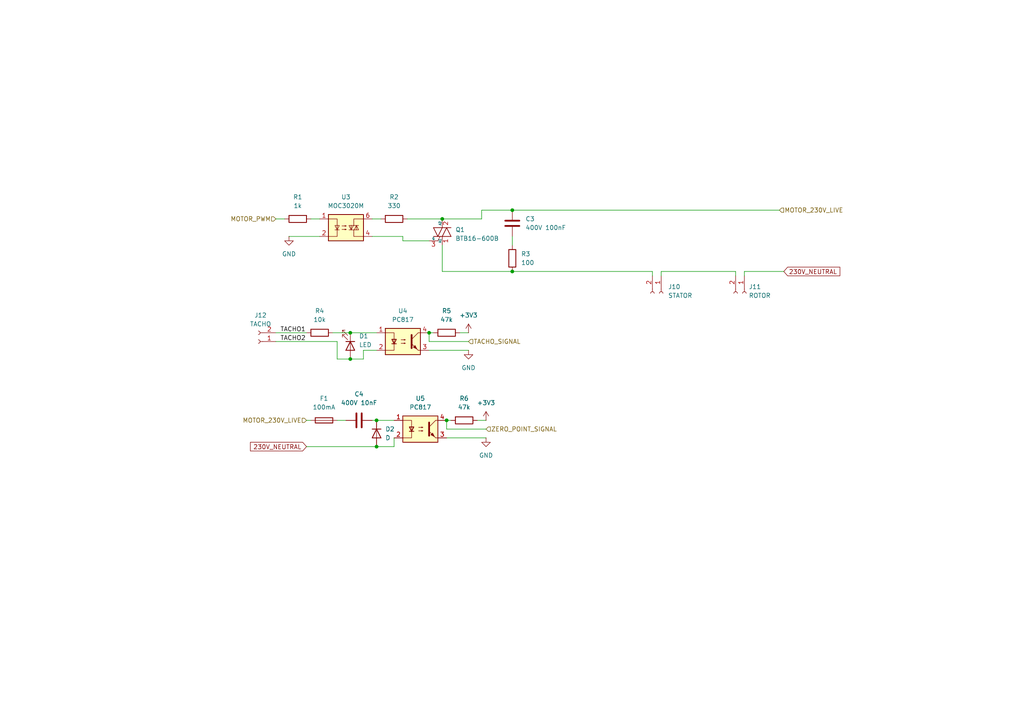
<source format=kicad_sch>
(kicad_sch (version 20231120) (generator "eeschema") (generator_version "8.0")
  (paper "A4")
  (lib_symbols
    (symbol "Connector:Conn_01x02_Socket" (pin_names (offset 1.016) hide)
      (property "Reference" "J" (at 0 2.54 0))
      (property "Value" "Conn_01x02_Socket" (at 0 -5.08 0))
      (symbol "Conn_01x02_Socket_1_1"
        (arc (start 0 -2.032) (mid -0.5058 -2.54) (end 0 -3.048) (stroke (width 0.1524)))
        (polyline (pts (xy -1.27 -2.54) (xy -0.508 -2.54)) (stroke (width 0.1524)))
        (polyline (pts (xy -1.27 0) (xy -0.508 0)) (stroke (width 0.1524)))
        (arc (start 0 0.508) (mid -0.5058 0) (end 0 -0.508) (stroke (width 0.1524)))
        (pin passive line (at -5.08 0 0) (length 3.81) (name "Pin_1") (number "1"))
        (pin passive line (at -5.08 -2.54 0) (length 3.81) (name "Pin_2") (number "2"))
      )
    )
    (symbol "Device:C" (pin_numbers hide) (pin_names (offset 0.254))
      (property "Reference" "C" (at 0.635 2.54 0))
      (property "Value" "C" (at 0.635 -2.54 0))
      (symbol "C_0_1"
        (polyline (pts (xy -2.032 -0.762) (xy 2.032 -0.762)) (stroke (width 0.508)))
        (polyline (pts (xy -2.032 0.762) (xy 2.032 0.762)) (stroke (width 0.508)))
      )
      (symbol "C_1_1"
        (pin passive line (at 0 3.81 270) (length 2.794) (name "~") (number "1"))
        (pin passive line (at 0 -3.81 90) (length 2.794) (name "~") (number "2"))
      )
    )
    (symbol "Device:D" (pin_numbers hide) (pin_names (offset 1.016) hide)
      (property "Reference" "D" (at 0 2.54 0))
      (property "Value" "D" (at 0 -2.54 0))
      (symbol "D_0_1"
        (polyline (pts (xy -1.27 1.27) (xy -1.27 -1.27)) (stroke (width 0.254)))
        (polyline (pts (xy 1.27 0) (xy -1.27 0)))
        (polyline (pts (xy 1.27 1.27) (xy 1.27 -1.27) (xy -1.27 0) (xy 1.27 1.27)) (stroke (width 0.254)))
      )
      (symbol "D_1_1"
        (pin passive line (at -3.81 0 0) (length 2.54) (name "K") (number "1"))
        (pin passive line (at 3.81 0 180) (length 2.54) (name "A") (number "2"))
      )
    )
    (symbol "Device:Fuse" (pin_numbers hide) (pin_names (offset 0))
      (property "Reference" "F" (at 2.032 0 90))
      (property "Value" "Fuse" (at -1.905 0 90))
      (symbol "Fuse_0_1"
        (rectangle (start -0.762 -2.54) (end 0.762 2.54) (stroke (width 0.254)))
        (polyline (pts (xy 0 2.54) (xy 0 -2.54)))
      )
      (symbol "Fuse_1_1"
        (pin passive line (at 0 3.81 270) (length 1.27) (name "~") (number "1"))
        (pin passive line (at 0 -3.81 90) (length 1.27) (name "~") (number "2"))
      )
    )
    (symbol "Device:LED" (pin_numbers hide) (pin_names (offset 1.016) hide)
      (property "Reference" "D" (at 0 2.54 0))
      (property "Value" "LED" (at 0 -2.54 0))
      (symbol "LED_0_1"
        (polyline (pts (xy -1.27 -1.27) (xy -1.27 1.27)) (stroke (width 0.254)))
        (polyline (pts (xy -1.27 0) (xy 1.27 0)))
        (polyline (pts (xy 1.27 -1.27) (xy 1.27 1.27) (xy -1.27 0) (xy 1.27 -1.27)) (stroke (width 0.254)))
        (polyline (pts (xy -3.048 -0.762) (xy -4.572 -2.286) (xy -3.81 -2.286) (xy -4.572 -2.286) (xy -4.572 -1.524)))
        (polyline (pts (xy -1.778 -0.762) (xy -3.302 -2.286) (xy -2.54 -2.286) (xy -3.302 -2.286) (xy -3.302 -1.524)))
      )
      (symbol "LED_1_1"
        (pin passive line (at -3.81 0 0) (length 2.54) (name "K") (number "1"))
        (pin passive line (at 3.81 0 180) (length 2.54) (name "A") (number "2"))
      )
    )
    (symbol "Device:R" (pin_numbers hide) (pin_names (offset 0))
      (property "Reference" "R" (at 2.032 0 90))
      (property "Value" "R" (at 0 0 90))
      (symbol "R_0_1"
        (rectangle (start -1.016 -2.54) (end 1.016 2.54) (stroke (width 0.254)))
      )
      (symbol "R_1_1"
        (pin passive line (at 0 3.81 270) (length 1.27) (name "~") (number "1"))
        (pin passive line (at 0 -3.81 90) (length 1.27) (name "~") (number "2"))
      )
    )
    (symbol "Isolator:PC817" (pin_names (offset 1.016))
      (property "Reference" "U" (at -5.08 5.08 0))
      (property "Value" "PC817" (at 0 5.08 0))
      (symbol "PC817_0_1"
        (rectangle (start -5.08 3.81) (end 5.08 -3.81) (stroke (width 0.254)) (fill (type background)))
        (polyline (pts (xy -3.175 -0.635) (xy -1.905 -0.635)) (stroke (width 0.254)))
        (polyline (pts (xy 2.54 0.635) (xy 4.445 2.54)))
        (polyline (pts (xy 4.445 -2.54) (xy 2.54 -0.635)) (fill (type outline)))
        (polyline (pts (xy 4.445 -2.54) (xy 5.08 -2.54)))
        (polyline (pts (xy 4.445 2.54) (xy 5.08 2.54)))
        (polyline (pts (xy -5.08 2.54) (xy -2.54 2.54) (xy -2.54 -0.635)))
        (polyline (pts (xy -2.54 -0.635) (xy -2.54 -2.54) (xy -5.08 -2.54)))
        (polyline (pts (xy 2.54 1.905) (xy 2.54 -1.905) (xy 2.54 -1.905)) (stroke (width 0.508)))
        (polyline (pts (xy -2.54 -0.635) (xy -3.175 0.635) (xy -1.905 0.635) (xy -2.54 -0.635)) (stroke (width 0.254)))
        (polyline (pts (xy -0.508 -0.508) (xy 0.762 -0.508) (xy 0.381 -0.635) (xy 0.381 -0.381) (xy 0.762 -0.508)))
        (polyline (pts (xy -0.508 0.508) (xy 0.762 0.508) (xy 0.381 0.381) (xy 0.381 0.635) (xy 0.762 0.508)))
        (polyline (pts (xy 3.048 -1.651) (xy 3.556 -1.143) (xy 4.064 -2.159) (xy 3.048 -1.651) (xy 3.048 -1.651)) (fill (type outline)))
      )
      (symbol "PC817_1_1"
        (pin passive line (at -7.62 2.54 0) (length 2.54) (name "~") (number "1"))
        (pin passive line (at -7.62 -2.54 0) (length 2.54) (name "~") (number "2"))
        (pin passive line (at 7.62 -2.54 180) (length 2.54) (name "~") (number "3"))
        (pin passive line (at 7.62 2.54 180) (length 2.54) (name "~") (number "4"))
      )
    )
    (symbol "Relay_SolidState:MOC3020M"
      (property "Reference" "U" (at -5.334 4.826 0))
      (property "Value" "MOC3020M" (at 0 5.08 0))
      (symbol "MOC3020M_0_1"
        (rectangle (start -5.08 3.81) (end 5.08 -3.81) (stroke (width 0.254)) (fill (type background)))
        (polyline (pts (xy -3.175 -0.635) (xy -1.905 -0.635)))
        (polyline (pts (xy 1.524 -0.635) (xy 1.524 0.635)))
        (polyline (pts (xy 3.048 0.635) (xy 3.048 -0.635)))
        (polyline (pts (xy 2.286 -0.635) (xy 2.286 -2.54) (xy 5.08 -2.54)))
        (polyline (pts (xy 2.286 0.635) (xy 2.286 2.54) (xy 5.08 2.54)))
        (polyline (pts (xy -5.08 2.54) (xy -2.54 2.54) (xy -2.54 -2.54) (xy -5.08 -2.54)))
        (polyline (pts (xy -2.54 -0.635) (xy -3.175 0.635) (xy -1.905 0.635) (xy -2.54 -0.635)))
        (polyline (pts (xy 0.889 -0.635) (xy 3.683 -0.635) (xy 3.048 0.635) (xy 2.413 -0.635)))
        (polyline (pts (xy 3.683 0.635) (xy 0.889 0.635) (xy 1.524 -0.635) (xy 2.159 0.635)))
        (polyline (pts (xy -1.143 -0.508) (xy 0.127 -0.508) (xy -0.254 -0.635) (xy -0.254 -0.381) (xy 0.127 -0.508)))
        (polyline (pts (xy -1.143 0.508) (xy 0.127 0.508) (xy -0.254 0.381) (xy -0.254 0.635) (xy 0.127 0.508)))
      )
      (symbol "MOC3020M_1_1"
        (pin passive line (at -7.62 2.54 0) (length 2.54) (name "~") (number "1"))
        (pin passive line (at -7.62 -2.54 0) (length 2.54) (name "~") (number "2"))
        (pin no_connect line (at -5.08 0 0) (length 2.54) hide (name "NC") (number "3"))
        (pin passive line (at 7.62 -2.54 180) (length 2.54) (name "~") (number "4"))
        (pin no_connect line (at 5.08 0 180) (length 2.54) hide (name "NC") (number "5"))
        (pin passive line (at 7.62 2.54 180) (length 2.54) (name "~") (number "6"))
      )
    )
    (symbol "Triac_Thyristor:BTB16-600B" (pin_names (offset 0))
      (property "Reference" "Q" (at 5.08 1.905 0))
      (property "Value" "BTB16-600B" (at 5.08 0 0))
      (symbol "BTB16-600B_0_1"
        (polyline (pts (xy -2.54 -1.27) (xy 2.54 -1.27)) (stroke (width 0.2032)))
        (polyline (pts (xy -2.54 1.27) (xy 2.54 1.27)) (stroke (width 0.2032)))
        (polyline (pts (xy -1.27 -2.54) (xy -0.635 -1.27)))
        (polyline (pts (xy -2.54 1.27) (xy -1.27 -1.27) (xy 0 1.27)) (stroke (width 0.2032)))
        (polyline (pts (xy 0 -1.27) (xy 1.27 1.27) (xy 2.54 -1.27)) (stroke (width 0.2032)))
      )
      (symbol "BTB16-600B_1_1"
        (pin passive line (at 0 -3.81 90) (length 2.54) (name "A1") (number "1"))
        (pin passive line (at 0 3.81 270) (length 2.54) (name "A2") (number "2"))
        (pin input line (at -3.81 -2.54 0) (length 2.54) (name "G") (number "3"))
      )
    )
    (symbol "power:+3V3" (power) (pin_numbers hide) (pin_names (offset 0) hide)
      (property "Value" "+3V3" (at 0 3.556 0))
      (symbol "+3V3_0_1"
        (polyline (pts (xy -0.762 1.27) (xy 0 2.54)))
        (polyline (pts (xy 0 0) (xy 0 2.54)))
        (polyline (pts (xy 0 2.54) (xy 0.762 1.27)))
      )
      (symbol "+3V3_1_1"
        (pin power_in line (at 0 0 90) (length 0) (name "~") (number "1"))
      )
    )
    (symbol "power:GND" (power) (pin_numbers hide) (pin_names (offset 0) hide)
      (property "Value" "GND" (at 0 -3.81 0))
      (symbol "GND_0_1"
        (polyline (pts (xy 0 0) (xy 0 -1.27) (xy 1.27 -1.27) (xy 0 -2.54) (xy -1.27 -1.27) (xy 0 -1.27)))
      )
      (symbol "GND_1_1"
        (pin power_in line (at 0 0 270) (length 0) (name "~") (number "1"))
      )
    )
  )
  (junction (at 101.6 104.14))
  (junction (at 128.27 63.5))
  (junction (at 109.22 121.92))
  (junction (at 109.22 129.54))
  (junction (at 148.59 78.74))
  (junction (at 129.54 121.92))
  (junction (at 148.59 60.96))
  (junction (at 124.46 96.52))
  (junction (at 101.6 96.52))
  (wire (pts (xy 97.79 104.14) (xy 101.6 104.14)))
  (wire (pts (xy 135.89 99.06) (xy 124.46 99.06)))
  (wire (pts (xy 80.01 63.5) (xy 82.55 63.5)))
  (wire (pts (xy 97.79 121.92) (xy 100.33 121.92)))
  (wire (pts (xy 80.01 96.52) (xy 88.9 96.52)))
  (wire (pts (xy 97.79 99.06) (xy 97.79 104.14)))
  (wire (pts (xy 139.7 63.5) (xy 139.7 60.96)))
  (wire (pts (xy 128.27 78.74) (xy 148.59 78.74)))
  (wire (pts (xy 129.54 121.92) (xy 130.81 121.92)))
  (wire (pts (xy 138.43 121.92) (xy 140.97 121.92)))
  (wire (pts (xy 189.23 78.74) (xy 189.23 80.01)))
  (wire (pts (xy 133.35 96.52) (xy 135.89 96.52)))
  (wire (pts (xy 114.3 129.54) (xy 109.22 129.54)))
  (wire (pts (xy 140.97 124.46) (xy 129.54 124.46)))
  (wire (pts (xy 124.46 101.6) (xy 135.89 101.6)))
  (wire (pts (xy 116.84 68.58) (xy 116.84 69.85)))
  (wire (pts (xy 101.6 96.52) (xy 109.22 96.52)))
  (wire (pts (xy 124.46 99.06) (xy 124.46 96.52)))
  (wire (pts (xy 109.22 101.6) (xy 105.41 101.6)))
  (wire (pts (xy 107.95 63.5) (xy 110.49 63.5)))
  (wire (pts (xy 83.82 68.58) (xy 92.71 68.58)))
  (wire (pts (xy 191.77 78.74) (xy 213.36 78.74)))
  (wire (pts (xy 90.17 63.5) (xy 92.71 63.5)))
  (wire (pts (xy 213.36 78.74) (xy 213.36 80.01)))
  (wire (pts (xy 124.46 96.52) (xy 125.73 96.52)))
  (wire (pts (xy 128.27 71.12) (xy 128.27 78.74)))
  (wire (pts (xy 129.54 127) (xy 140.97 127)))
  (wire (pts (xy 128.27 63.5) (xy 139.7 63.5)))
  (wire (pts (xy 114.3 127) (xy 114.3 129.54)))
  (wire (pts (xy 80.01 99.06) (xy 97.79 99.06)))
  (wire (pts (xy 96.52 96.52) (xy 101.6 96.52)))
  (wire (pts (xy 148.59 78.74) (xy 189.23 78.74)))
  (wire (pts (xy 107.95 68.58) (xy 116.84 68.58)))
  (wire (pts (xy 105.41 101.6) (xy 105.41 104.14)))
  (wire (pts (xy 109.22 121.92) (xy 114.3 121.92)))
  (wire (pts (xy 107.95 121.92) (xy 109.22 121.92)))
  (wire (pts (xy 116.84 69.85) (xy 124.46 69.85)))
  (wire (pts (xy 148.59 60.96) (xy 226.06 60.96)))
  (wire (pts (xy 215.9 78.74) (xy 227.33 78.74)))
  (wire (pts (xy 118.11 63.5) (xy 128.27 63.5)))
  (wire (pts (xy 129.54 124.46) (xy 129.54 121.92)))
  (wire (pts (xy 139.7 60.96) (xy 148.59 60.96)))
  (wire (pts (xy 215.9 80.01) (xy 215.9 78.74)))
  (wire (pts (xy 148.59 68.58) (xy 148.59 71.12)))
  (wire (pts (xy 88.9 129.54) (xy 109.22 129.54)))
  (wire (pts (xy 105.41 104.14) (xy 101.6 104.14)))
  (wire (pts (xy 191.77 80.01) (xy 191.77 78.74)))
  (wire (pts (xy 88.9 121.92) (xy 90.17 121.92)))
  (label "TACHO2" (at 81.28 99.06 0))
  (label "TACHO1" (at 81.28 96.52 0))
  (global_label "230V_NEUTRAL" (shape input) (at 227.33 78.74 0) (property "Intersheetrefs" "${INTERSHEET_REFS}" (effects (hide yes))))
  (global_label "230V_NEUTRAL" (shape input) (at 88.9 129.54 180) (property "Intersheetrefs" "${INTERSHEET_REFS}" (effects (hide yes))))
  (hierarchical_label "TACHO_SIGNAL" (shape input) (at 135.89 99.06 0))
  (hierarchical_label "MOTOR_230V_LIVE" (shape input) (at 226.06 60.96 0))
  (hierarchical_label "ZERO_POINT_SIGNAL" (shape input) (at 140.97 124.46 0))
  (hierarchical_label "MOTOR_PWM" (shape input) (at 80.01 63.5 180))
  (hierarchical_label "MOTOR_230V_LIVE" (shape input) (at 88.9 121.92 180))
  (symbol (lib_id "Isolator:PC817") (at 121.92 124.46 0) (unit 1)
    (property "Reference" "U5" (at 121.92 115.57 0))
    (property "Value" "PC817" (at 121.92 118.11 0))
    (property "Footprint" "Package_DIP:DIP-4_W7.62mm" (effects (hide yes)))
    (property "Datasheet" "http://www.soselectronic.cz/a_info/resource/d/pc817.pdf" (effects (hide yes)))
    (property "Description" "DC Optocoupler, Vce 35V, CTR 50-300%, DIP-4" (effects (hide yes)))
  )
  (symbol (lib_id "Device:R") (at 86.36 63.5 90) (unit 1)
    (property "Reference" "R1" (at 86.36 57.15 90))
    (property "Value" "1k" (at 86.36 59.69 90))
    (property "Footprint" "Resistor_THT:R_Axial_DIN0204_L3.6mm_D1.6mm_P7.62mm_Horizontal" (effects (hide yes)))
    (property "Description" "Resistor" (effects (hide yes)))
  )
  (symbol (lib_id "Device:C") (at 148.59 64.77 180) (unit 1)
    (property "Reference" "C3" (at 152.4 63.4999 0) (effects (justify right)))
    (property "Value" "400V 100nF" (at 152.4 66.0399 0) (effects (justify right)))
    (property "Footprint" "Capacitor_THT:C_Disc_D7.0mm_W2.5mm_P5.00mm" (effects (hide yes)))
    (property "Description" "Unpolarized capacitor" (effects (hide yes)))
  )
  (symbol (lib_id "Device:R") (at 114.3 63.5 90) (unit 1)
    (property "Reference" "R2" (at 114.3 57.15 90))
    (property "Value" "330" (at 114.3 59.69 90))
    (property "Footprint" "Resistor_THT:R_Axial_DIN0204_L3.6mm_D1.6mm_P7.62mm_Horizontal" (effects (hide yes)))
    (property "Description" "Resistor" (effects (hide yes)))
  )
  (symbol (lib_id "Device:R") (at 134.62 121.92 90) (unit 1)
    (property "Reference" "R6" (at 134.62 115.57 90))
    (property "Value" "47k" (at 134.62 118.11 90))
    (property "Footprint" "Resistor_THT:R_Axial_DIN0204_L3.6mm_D1.6mm_P7.62mm_Horizontal" (effects (hide yes)))
    (property "Description" "Resistor" (effects (hide yes)))
  )
  (symbol (lib_id "Connector:Conn_01x02_Socket") (at 191.77 85.09 270) (unit 1)
    (property "Reference" "J10" (at 193.7656 83.1849 90) (effects (justify left)))
    (property "Value" "STATOR" (at 193.7656 85.7249 90) (effects (justify left)))
    (property "Footprint" "TerminalBlock:TerminalBlock_bornier-2_P5.08mm" (effects (hide yes)))
    (property "Description" "Generic connector, single row, 01x02, script generated" (effects (hide yes)))
  )
  (symbol (lib_id "Device:C") (at 104.14 121.92 90) (unit 1)
    (property "Reference" "C4" (at 104.14 114.3 90))
    (property "Value" "400V 10nF" (at 104.14 116.84 90))
    (property "Footprint" "Capacitor_THT:C_Disc_D7.0mm_W2.5mm_P5.00mm" (effects (hide yes)))
    (property "Description" "Unpolarized capacitor" (effects (hide yes)))
  )
  (symbol (lib_id "Relay_SolidState:MOC3020M") (at 100.33 66.04 0) (unit 1)
    (property "Reference" "U3" (at 100.33 57.15 0))
    (property "Value" "MOC3020M" (at 100.33 59.69 0))
    (property "Footprint" "Package_DIP:DIP-6_W7.62mm" (effects (hide yes)))
    (property "Datasheet" "https://www.onsemi.com/pub/Collateral/MOC3023M-D.PDF" (effects (hide yes)))
    (property "Description" "Random Phase Opto-Triac, Vdrm 400V, Ift 30mA, DIP6" (effects (hide yes)))
  )
  (symbol (lib_id "power:GND") (at 140.97 127 0) (unit 1)
    (property "Reference" "#PWR014" (effects (hide yes)))
    (property "Value" "GND" (at 140.97 132.08 0))
    (property "Description" "Power symbol creates a global label with name \"GND\" , ground" (effects (hide yes)))
  )
  (symbol (lib_id "Triac_Thyristor:BTB16-600B") (at 128.27 67.31 0) (unit 1)
    (property "Reference" "Q1" (at 132.08 66.6241 0) (effects (justify left)))
    (property "Value" "BTB16-600B" (at 132.08 69.1641 0) (effects (justify left)))
    (property "Footprint" "Package_TO_SOT_THT:TO-220-3_Vertical" (effects (hide yes)))
    (property "Datasheet" "https://www.st.com/resource/en/datasheet/bta16.pdf" (effects (hide yes)))
    (property "Description" "16A RMS, 600V Off-State Voltage, 50mA Sensitivity, Non-Insulated, Triac, TO-220" (effects (hide yes)))
  )
  (symbol (lib_id "Device:LED") (at 101.6 100.33 270) (unit 1)
    (property "Reference" "D1" (at 104.14 97.4724 90) (effects (justify left)))
    (property "Value" "LED" (at 104.14 100.0124 90) (effects (justify left)))
    (property "Footprint" "LED_THT:LED_D5.0mm" (effects (hide yes)))
    (property "Description" "Light emitting diode" (effects (hide yes)))
  )
  (symbol (lib_id "Connector:Conn_01x02_Socket") (at 74.93 99.06 180) (unit 1)
    (property "Reference" "J12" (at 75.565 91.44 0))
    (property "Value" "TACHO" (at 75.565 93.98 0))
    (property "Footprint" "TerminalBlock:TerminalBlock_bornier-2_P5.08mm" (effects (hide yes)))
    (property "Description" "Generic connector, single row, 01x02, script generated" (effects (hide yes)))
  )
  (symbol (lib_id "Device:R") (at 148.59 74.93 180) (unit 1)
    (property "Reference" "R3" (at 151.13 73.6599 0) (effects (justify right)))
    (property "Value" "100" (at 151.13 76.1999 0) (effects (justify right)))
    (property "Footprint" "Resistor_THT:R_Axial_DIN0204_L3.6mm_D1.6mm_P7.62mm_Horizontal" (effects (hide yes)))
    (property "Description" "Resistor" (effects (hide yes)))
  )
  (symbol (lib_id "Device:R") (at 129.54 96.52 90) (unit 1)
    (property "Reference" "R5" (at 129.54 90.17 90))
    (property "Value" "47k" (at 129.54 92.71 90))
    (property "Footprint" "Resistor_THT:R_Axial_DIN0204_L3.6mm_D1.6mm_P7.62mm_Horizontal" (effects (hide yes)))
    (property "Description" "Resistor" (effects (hide yes)))
  )
  (symbol (lib_id "Isolator:PC817") (at 116.84 99.06 0) (unit 1)
    (property "Reference" "U4" (at 116.84 90.17 0))
    (property "Value" "PC817" (at 116.84 92.71 0))
    (property "Footprint" "Package_DIP:DIP-4_W7.62mm" (effects (hide yes)))
    (property "Datasheet" "http://www.soselectronic.cz/a_info/resource/d/pc817.pdf" (effects (hide yes)))
    (property "Description" "DC Optocoupler, Vce 35V, CTR 50-300%, DIP-4" (effects (hide yes)))
  )
  (symbol (lib_id "Device:R") (at 92.71 96.52 90) (unit 1)
    (property "Reference" "R4" (at 92.71 90.17 90))
    (property "Value" "10k" (at 92.71 92.71 90))
    (property "Footprint" "Resistor_THT:R_Axial_DIN0204_L3.6mm_D1.6mm_P7.62mm_Horizontal" (effects (hide yes)))
    (property "Description" "Resistor" (effects (hide yes)))
  )
  (symbol (lib_id "Device:D") (at 109.22 125.73 270) (unit 1)
    (property "Reference" "D2" (at 111.76 124.4599 90) (effects (justify left)))
    (property "Value" "D" (at 111.76 126.9999 90) (effects (justify left)))
    (property "Footprint" "Diode_THT:D_T-1_P5.08mm_Horizontal" (effects (hide yes)))
    (property "Description" "Diode" (effects (hide yes)))
    (property "Sim.Device" "D" (effects (hide yes)))
    (property "Sim.Pins" "1=K 2=A" (effects (hide yes)))
  )
  (symbol (lib_id "power:+3V3") (at 135.89 96.52 0) (unit 1)
    (property "Reference" "#PWR011" (effects (hide yes)))
    (property "Value" "+3V3" (at 135.89 91.44 0))
    (property "Description" "Power symbol creates a global label with name \"+3V3\"" (effects (hide yes)))
  )
  (symbol (lib_id "Connector:Conn_01x02_Socket") (at 215.9 85.09 270) (unit 1)
    (property "Reference" "J11" (at 217.17 83.1849 90) (effects (justify left)))
    (property "Value" "ROTOR" (at 217.17 85.7249 90) (effects (justify left)))
    (property "Footprint" "TerminalBlock:TerminalBlock_bornier-2_P5.08mm" (effects (hide yes)))
    (property "Description" "Generic connector, single row, 01x02, script generated" (effects (hide yes)))
  )
  (symbol (lib_id "power:GND") (at 135.89 101.6 0) (unit 1)
    (property "Reference" "#PWR012" (effects (hide yes)))
    (property "Value" "GND" (at 135.89 106.68 0))
    (property "Description" "Power symbol creates a global label with name \"GND\" , ground" (effects (hide yes)))
  )
  (symbol (lib_id "power:GND") (at 83.82 68.58 0) (unit 1)
    (property "Reference" "#PWR010" (effects (hide yes)))
    (property "Value" "GND" (at 83.82 73.66 0))
    (property "Description" "Power symbol creates a global label with name \"GND\" , ground" (effects (hide yes)))
  )
  (symbol (lib_id "power:+3V3") (at 140.97 121.92 0) (unit 1)
    (property "Reference" "#PWR013" (effects (hide yes)))
    (property "Value" "+3V3" (at 140.97 116.84 0))
    (property "Description" "Power symbol creates a global label with name \"+3V3\"" (effects (hide yes)))
  )
  (symbol (lib_id "Device:Fuse") (at 93.98 121.92 90) (unit 1)
    (property "Reference" "F1" (at 93.98 115.57 90))
    (property "Value" "100mA" (at 93.98 118.11 90))
    (property "Footprint" "Fuse:Fuseholder_Clip-5x20mm_Keystone_3512_Inline_P23.62x7.27mm_D1.02x1.57mm_Horizontal" (effects (hide yes)))
    (property "Description" "Fuse" (effects (hide yes)))
  )
)
</source>
